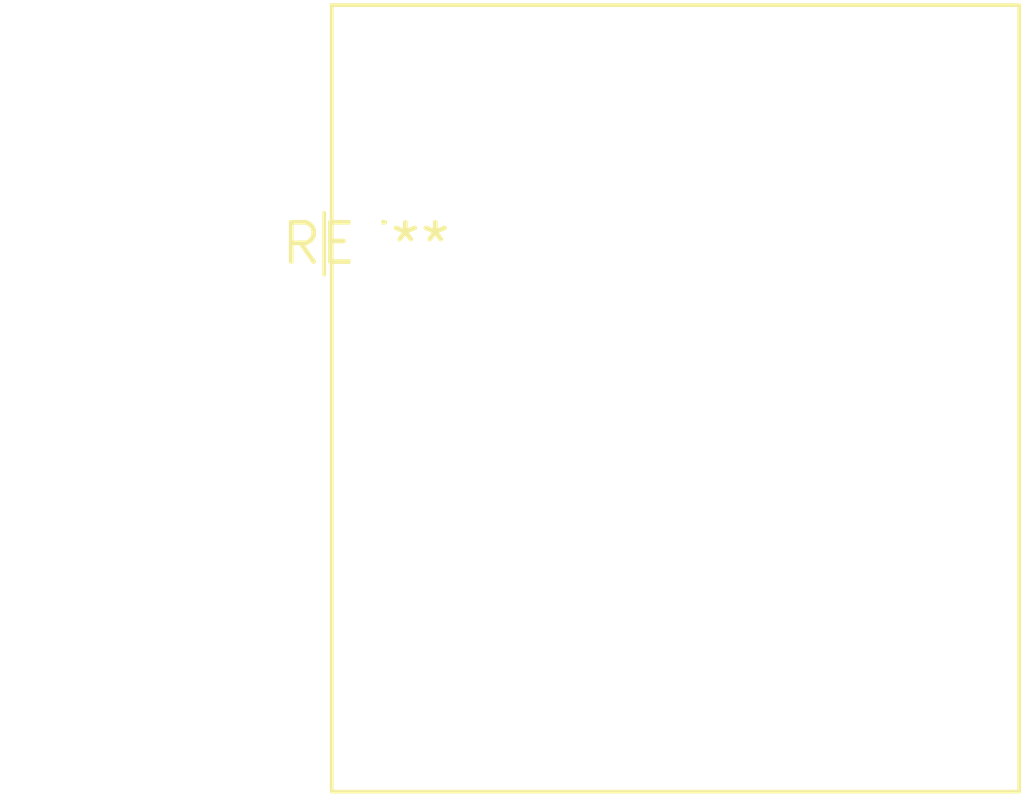
<source format=kicad_pcb>
(kicad_pcb (version 20240108) (generator pcbnew)
  (layers (0 "F.Cu" signal) (31 "B.Cu" signal) (34 "B.Paste" user) (35 "F.Paste" user) (36 "B.SilkS" user "B.Silkscreen") (37 "F.SilkS" user "F.Silkscreen") (38 "B.Mask" user) (39 "F.Mask" user) (44 "Edge.Cuts" user))
  (net 0 "")
  (footprint "L_Wurth_WE-HCFT-2504" (layer "F.Cu") (at 0 0)
    (property "Reference" "REF**")
    (property "Value" "L_Wurth_WE-HCFT-2504")
    (fp_line (start -1.35 1) (end -1.35 -1) (layer "F.SilkS") (stroke (width 0.12)))
    (fp_rect (start -1.11 -7.71) (end 21.11 17.71) (layer "F.SilkS") (stroke (width 0.12)) (fill none))
    (pad "1" thru_hole rect (at 0 0) (size 1.5 7.5) (drill oval 1 5.5) (layers *.Cu *.Mask) (remove_unused_layers))
    (pad "2" thru_hole oval (at 0 10) (size 1.5 7.5) (drill oval 1 5.5) (layers *.Cu *.Mask) (remove_unused_layers))
  )
)
</source>
